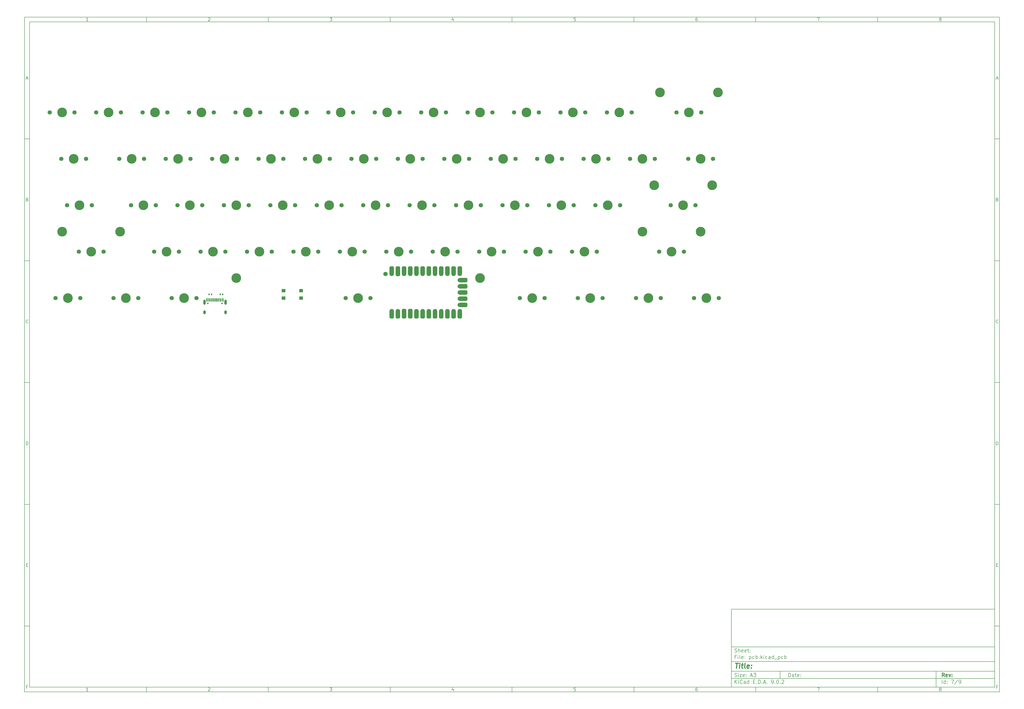
<source format=gbr>
%TF.GenerationSoftware,KiCad,Pcbnew,9.0.2*%
%TF.CreationDate,2025-06-22T01:03:44-04:00*%
%TF.ProjectId,pcb,7063622e-6b69-4636-9164-5f7063625858,rev?*%
%TF.SameCoordinates,Original*%
%TF.FileFunction,Soldermask,Top*%
%TF.FilePolarity,Negative*%
%FSLAX46Y46*%
G04 Gerber Fmt 4.6, Leading zero omitted, Abs format (unit mm)*
G04 Created by KiCad (PCBNEW 9.0.2) date 2025-06-22 01:03:44*
%MOMM*%
%LPD*%
G01*
G04 APERTURE LIST*
G04 Aperture macros list*
%AMRoundRect*
0 Rectangle with rounded corners*
0 $1 Rounding radius*
0 $2 $3 $4 $5 $6 $7 $8 $9 X,Y pos of 4 corners*
0 Add a 4 corners polygon primitive as box body*
4,1,4,$2,$3,$4,$5,$6,$7,$8,$9,$2,$3,0*
0 Add four circle primitives for the rounded corners*
1,1,$1+$1,$2,$3*
1,1,$1+$1,$4,$5*
1,1,$1+$1,$6,$7*
1,1,$1+$1,$8,$9*
0 Add four rect primitives between the rounded corners*
20,1,$1+$1,$2,$3,$4,$5,0*
20,1,$1+$1,$4,$5,$6,$7,0*
20,1,$1+$1,$6,$7,$8,$9,0*
20,1,$1+$1,$8,$9,$2,$3,0*%
G04 Aperture macros list end*
%ADD10C,0.100000*%
%ADD11C,0.150000*%
%ADD12C,0.300000*%
%ADD13C,0.400000*%
%ADD14RoundRect,0.450000X0.450000X-1.300000X0.450000X1.300000X-0.450000X1.300000X-0.450000X-1.300000X0*%
%ADD15C,1.800000*%
%ADD16RoundRect,0.450000X0.450000X-0.450000X0.450000X0.450000X-0.450000X0.450000X-0.450000X-0.450000X0*%
%ADD17RoundRect,0.450000X1.300000X0.450000X-1.300000X0.450000X-1.300000X-0.450000X1.300000X-0.450000X0*%
%ADD18R,1.600000X1.400000*%
%ADD19RoundRect,0.135000X-0.135000X-0.185000X0.135000X-0.185000X0.135000X0.185000X-0.135000X0.185000X0*%
%ADD20RoundRect,0.135000X0.135000X0.185000X-0.135000X0.185000X-0.135000X-0.185000X0.135000X-0.185000X0*%
%ADD21C,0.650000*%
%ADD22R,0.600000X1.450000*%
%ADD23R,0.300000X1.450000*%
%ADD24O,1.000000X2.100000*%
%ADD25O,1.000000X1.600000*%
%ADD26C,1.750000*%
%ADD27C,3.987800*%
G04 APERTURE END LIST*
D10*
D11*
X299989000Y-253002200D02*
X407989000Y-253002200D01*
X407989000Y-285002200D01*
X299989000Y-285002200D01*
X299989000Y-253002200D01*
D10*
D11*
X10000000Y-10000000D02*
X409989000Y-10000000D01*
X409989000Y-287002200D01*
X10000000Y-287002200D01*
X10000000Y-10000000D01*
D10*
D11*
X12000000Y-12000000D02*
X407989000Y-12000000D01*
X407989000Y-285002200D01*
X12000000Y-285002200D01*
X12000000Y-12000000D01*
D10*
D11*
X60000000Y-12000000D02*
X60000000Y-10000000D01*
D10*
D11*
X110000000Y-12000000D02*
X110000000Y-10000000D01*
D10*
D11*
X160000000Y-12000000D02*
X160000000Y-10000000D01*
D10*
D11*
X210000000Y-12000000D02*
X210000000Y-10000000D01*
D10*
D11*
X260000000Y-12000000D02*
X260000000Y-10000000D01*
D10*
D11*
X310000000Y-12000000D02*
X310000000Y-10000000D01*
D10*
D11*
X360000000Y-12000000D02*
X360000000Y-10000000D01*
D10*
D11*
X36089160Y-11593604D02*
X35346303Y-11593604D01*
X35717731Y-11593604D02*
X35717731Y-10293604D01*
X35717731Y-10293604D02*
X35593922Y-10479319D01*
X35593922Y-10479319D02*
X35470112Y-10603128D01*
X35470112Y-10603128D02*
X35346303Y-10665033D01*
D10*
D11*
X85346303Y-10417414D02*
X85408207Y-10355509D01*
X85408207Y-10355509D02*
X85532017Y-10293604D01*
X85532017Y-10293604D02*
X85841541Y-10293604D01*
X85841541Y-10293604D02*
X85965350Y-10355509D01*
X85965350Y-10355509D02*
X86027255Y-10417414D01*
X86027255Y-10417414D02*
X86089160Y-10541223D01*
X86089160Y-10541223D02*
X86089160Y-10665033D01*
X86089160Y-10665033D02*
X86027255Y-10850747D01*
X86027255Y-10850747D02*
X85284398Y-11593604D01*
X85284398Y-11593604D02*
X86089160Y-11593604D01*
D10*
D11*
X135284398Y-10293604D02*
X136089160Y-10293604D01*
X136089160Y-10293604D02*
X135655826Y-10788842D01*
X135655826Y-10788842D02*
X135841541Y-10788842D01*
X135841541Y-10788842D02*
X135965350Y-10850747D01*
X135965350Y-10850747D02*
X136027255Y-10912652D01*
X136027255Y-10912652D02*
X136089160Y-11036461D01*
X136089160Y-11036461D02*
X136089160Y-11345985D01*
X136089160Y-11345985D02*
X136027255Y-11469795D01*
X136027255Y-11469795D02*
X135965350Y-11531700D01*
X135965350Y-11531700D02*
X135841541Y-11593604D01*
X135841541Y-11593604D02*
X135470112Y-11593604D01*
X135470112Y-11593604D02*
X135346303Y-11531700D01*
X135346303Y-11531700D02*
X135284398Y-11469795D01*
D10*
D11*
X185965350Y-10726938D02*
X185965350Y-11593604D01*
X185655826Y-10231700D02*
X185346303Y-11160271D01*
X185346303Y-11160271D02*
X186151064Y-11160271D01*
D10*
D11*
X236027255Y-10293604D02*
X235408207Y-10293604D01*
X235408207Y-10293604D02*
X235346303Y-10912652D01*
X235346303Y-10912652D02*
X235408207Y-10850747D01*
X235408207Y-10850747D02*
X235532017Y-10788842D01*
X235532017Y-10788842D02*
X235841541Y-10788842D01*
X235841541Y-10788842D02*
X235965350Y-10850747D01*
X235965350Y-10850747D02*
X236027255Y-10912652D01*
X236027255Y-10912652D02*
X236089160Y-11036461D01*
X236089160Y-11036461D02*
X236089160Y-11345985D01*
X236089160Y-11345985D02*
X236027255Y-11469795D01*
X236027255Y-11469795D02*
X235965350Y-11531700D01*
X235965350Y-11531700D02*
X235841541Y-11593604D01*
X235841541Y-11593604D02*
X235532017Y-11593604D01*
X235532017Y-11593604D02*
X235408207Y-11531700D01*
X235408207Y-11531700D02*
X235346303Y-11469795D01*
D10*
D11*
X285965350Y-10293604D02*
X285717731Y-10293604D01*
X285717731Y-10293604D02*
X285593922Y-10355509D01*
X285593922Y-10355509D02*
X285532017Y-10417414D01*
X285532017Y-10417414D02*
X285408207Y-10603128D01*
X285408207Y-10603128D02*
X285346303Y-10850747D01*
X285346303Y-10850747D02*
X285346303Y-11345985D01*
X285346303Y-11345985D02*
X285408207Y-11469795D01*
X285408207Y-11469795D02*
X285470112Y-11531700D01*
X285470112Y-11531700D02*
X285593922Y-11593604D01*
X285593922Y-11593604D02*
X285841541Y-11593604D01*
X285841541Y-11593604D02*
X285965350Y-11531700D01*
X285965350Y-11531700D02*
X286027255Y-11469795D01*
X286027255Y-11469795D02*
X286089160Y-11345985D01*
X286089160Y-11345985D02*
X286089160Y-11036461D01*
X286089160Y-11036461D02*
X286027255Y-10912652D01*
X286027255Y-10912652D02*
X285965350Y-10850747D01*
X285965350Y-10850747D02*
X285841541Y-10788842D01*
X285841541Y-10788842D02*
X285593922Y-10788842D01*
X285593922Y-10788842D02*
X285470112Y-10850747D01*
X285470112Y-10850747D02*
X285408207Y-10912652D01*
X285408207Y-10912652D02*
X285346303Y-11036461D01*
D10*
D11*
X335284398Y-10293604D02*
X336151064Y-10293604D01*
X336151064Y-10293604D02*
X335593922Y-11593604D01*
D10*
D11*
X385593922Y-10850747D02*
X385470112Y-10788842D01*
X385470112Y-10788842D02*
X385408207Y-10726938D01*
X385408207Y-10726938D02*
X385346303Y-10603128D01*
X385346303Y-10603128D02*
X385346303Y-10541223D01*
X385346303Y-10541223D02*
X385408207Y-10417414D01*
X385408207Y-10417414D02*
X385470112Y-10355509D01*
X385470112Y-10355509D02*
X385593922Y-10293604D01*
X385593922Y-10293604D02*
X385841541Y-10293604D01*
X385841541Y-10293604D02*
X385965350Y-10355509D01*
X385965350Y-10355509D02*
X386027255Y-10417414D01*
X386027255Y-10417414D02*
X386089160Y-10541223D01*
X386089160Y-10541223D02*
X386089160Y-10603128D01*
X386089160Y-10603128D02*
X386027255Y-10726938D01*
X386027255Y-10726938D02*
X385965350Y-10788842D01*
X385965350Y-10788842D02*
X385841541Y-10850747D01*
X385841541Y-10850747D02*
X385593922Y-10850747D01*
X385593922Y-10850747D02*
X385470112Y-10912652D01*
X385470112Y-10912652D02*
X385408207Y-10974557D01*
X385408207Y-10974557D02*
X385346303Y-11098366D01*
X385346303Y-11098366D02*
X385346303Y-11345985D01*
X385346303Y-11345985D02*
X385408207Y-11469795D01*
X385408207Y-11469795D02*
X385470112Y-11531700D01*
X385470112Y-11531700D02*
X385593922Y-11593604D01*
X385593922Y-11593604D02*
X385841541Y-11593604D01*
X385841541Y-11593604D02*
X385965350Y-11531700D01*
X385965350Y-11531700D02*
X386027255Y-11469795D01*
X386027255Y-11469795D02*
X386089160Y-11345985D01*
X386089160Y-11345985D02*
X386089160Y-11098366D01*
X386089160Y-11098366D02*
X386027255Y-10974557D01*
X386027255Y-10974557D02*
X385965350Y-10912652D01*
X385965350Y-10912652D02*
X385841541Y-10850747D01*
D10*
D11*
X60000000Y-285002200D02*
X60000000Y-287002200D01*
D10*
D11*
X110000000Y-285002200D02*
X110000000Y-287002200D01*
D10*
D11*
X160000000Y-285002200D02*
X160000000Y-287002200D01*
D10*
D11*
X210000000Y-285002200D02*
X210000000Y-287002200D01*
D10*
D11*
X260000000Y-285002200D02*
X260000000Y-287002200D01*
D10*
D11*
X310000000Y-285002200D02*
X310000000Y-287002200D01*
D10*
D11*
X360000000Y-285002200D02*
X360000000Y-287002200D01*
D10*
D11*
X36089160Y-286595804D02*
X35346303Y-286595804D01*
X35717731Y-286595804D02*
X35717731Y-285295804D01*
X35717731Y-285295804D02*
X35593922Y-285481519D01*
X35593922Y-285481519D02*
X35470112Y-285605328D01*
X35470112Y-285605328D02*
X35346303Y-285667233D01*
D10*
D11*
X85346303Y-285419614D02*
X85408207Y-285357709D01*
X85408207Y-285357709D02*
X85532017Y-285295804D01*
X85532017Y-285295804D02*
X85841541Y-285295804D01*
X85841541Y-285295804D02*
X85965350Y-285357709D01*
X85965350Y-285357709D02*
X86027255Y-285419614D01*
X86027255Y-285419614D02*
X86089160Y-285543423D01*
X86089160Y-285543423D02*
X86089160Y-285667233D01*
X86089160Y-285667233D02*
X86027255Y-285852947D01*
X86027255Y-285852947D02*
X85284398Y-286595804D01*
X85284398Y-286595804D02*
X86089160Y-286595804D01*
D10*
D11*
X135284398Y-285295804D02*
X136089160Y-285295804D01*
X136089160Y-285295804D02*
X135655826Y-285791042D01*
X135655826Y-285791042D02*
X135841541Y-285791042D01*
X135841541Y-285791042D02*
X135965350Y-285852947D01*
X135965350Y-285852947D02*
X136027255Y-285914852D01*
X136027255Y-285914852D02*
X136089160Y-286038661D01*
X136089160Y-286038661D02*
X136089160Y-286348185D01*
X136089160Y-286348185D02*
X136027255Y-286471995D01*
X136027255Y-286471995D02*
X135965350Y-286533900D01*
X135965350Y-286533900D02*
X135841541Y-286595804D01*
X135841541Y-286595804D02*
X135470112Y-286595804D01*
X135470112Y-286595804D02*
X135346303Y-286533900D01*
X135346303Y-286533900D02*
X135284398Y-286471995D01*
D10*
D11*
X185965350Y-285729138D02*
X185965350Y-286595804D01*
X185655826Y-285233900D02*
X185346303Y-286162471D01*
X185346303Y-286162471D02*
X186151064Y-286162471D01*
D10*
D11*
X236027255Y-285295804D02*
X235408207Y-285295804D01*
X235408207Y-285295804D02*
X235346303Y-285914852D01*
X235346303Y-285914852D02*
X235408207Y-285852947D01*
X235408207Y-285852947D02*
X235532017Y-285791042D01*
X235532017Y-285791042D02*
X235841541Y-285791042D01*
X235841541Y-285791042D02*
X235965350Y-285852947D01*
X235965350Y-285852947D02*
X236027255Y-285914852D01*
X236027255Y-285914852D02*
X236089160Y-286038661D01*
X236089160Y-286038661D02*
X236089160Y-286348185D01*
X236089160Y-286348185D02*
X236027255Y-286471995D01*
X236027255Y-286471995D02*
X235965350Y-286533900D01*
X235965350Y-286533900D02*
X235841541Y-286595804D01*
X235841541Y-286595804D02*
X235532017Y-286595804D01*
X235532017Y-286595804D02*
X235408207Y-286533900D01*
X235408207Y-286533900D02*
X235346303Y-286471995D01*
D10*
D11*
X285965350Y-285295804D02*
X285717731Y-285295804D01*
X285717731Y-285295804D02*
X285593922Y-285357709D01*
X285593922Y-285357709D02*
X285532017Y-285419614D01*
X285532017Y-285419614D02*
X285408207Y-285605328D01*
X285408207Y-285605328D02*
X285346303Y-285852947D01*
X285346303Y-285852947D02*
X285346303Y-286348185D01*
X285346303Y-286348185D02*
X285408207Y-286471995D01*
X285408207Y-286471995D02*
X285470112Y-286533900D01*
X285470112Y-286533900D02*
X285593922Y-286595804D01*
X285593922Y-286595804D02*
X285841541Y-286595804D01*
X285841541Y-286595804D02*
X285965350Y-286533900D01*
X285965350Y-286533900D02*
X286027255Y-286471995D01*
X286027255Y-286471995D02*
X286089160Y-286348185D01*
X286089160Y-286348185D02*
X286089160Y-286038661D01*
X286089160Y-286038661D02*
X286027255Y-285914852D01*
X286027255Y-285914852D02*
X285965350Y-285852947D01*
X285965350Y-285852947D02*
X285841541Y-285791042D01*
X285841541Y-285791042D02*
X285593922Y-285791042D01*
X285593922Y-285791042D02*
X285470112Y-285852947D01*
X285470112Y-285852947D02*
X285408207Y-285914852D01*
X285408207Y-285914852D02*
X285346303Y-286038661D01*
D10*
D11*
X335284398Y-285295804D02*
X336151064Y-285295804D01*
X336151064Y-285295804D02*
X335593922Y-286595804D01*
D10*
D11*
X385593922Y-285852947D02*
X385470112Y-285791042D01*
X385470112Y-285791042D02*
X385408207Y-285729138D01*
X385408207Y-285729138D02*
X385346303Y-285605328D01*
X385346303Y-285605328D02*
X385346303Y-285543423D01*
X385346303Y-285543423D02*
X385408207Y-285419614D01*
X385408207Y-285419614D02*
X385470112Y-285357709D01*
X385470112Y-285357709D02*
X385593922Y-285295804D01*
X385593922Y-285295804D02*
X385841541Y-285295804D01*
X385841541Y-285295804D02*
X385965350Y-285357709D01*
X385965350Y-285357709D02*
X386027255Y-285419614D01*
X386027255Y-285419614D02*
X386089160Y-285543423D01*
X386089160Y-285543423D02*
X386089160Y-285605328D01*
X386089160Y-285605328D02*
X386027255Y-285729138D01*
X386027255Y-285729138D02*
X385965350Y-285791042D01*
X385965350Y-285791042D02*
X385841541Y-285852947D01*
X385841541Y-285852947D02*
X385593922Y-285852947D01*
X385593922Y-285852947D02*
X385470112Y-285914852D01*
X385470112Y-285914852D02*
X385408207Y-285976757D01*
X385408207Y-285976757D02*
X385346303Y-286100566D01*
X385346303Y-286100566D02*
X385346303Y-286348185D01*
X385346303Y-286348185D02*
X385408207Y-286471995D01*
X385408207Y-286471995D02*
X385470112Y-286533900D01*
X385470112Y-286533900D02*
X385593922Y-286595804D01*
X385593922Y-286595804D02*
X385841541Y-286595804D01*
X385841541Y-286595804D02*
X385965350Y-286533900D01*
X385965350Y-286533900D02*
X386027255Y-286471995D01*
X386027255Y-286471995D02*
X386089160Y-286348185D01*
X386089160Y-286348185D02*
X386089160Y-286100566D01*
X386089160Y-286100566D02*
X386027255Y-285976757D01*
X386027255Y-285976757D02*
X385965350Y-285914852D01*
X385965350Y-285914852D02*
X385841541Y-285852947D01*
D10*
D11*
X10000000Y-60000000D02*
X12000000Y-60000000D01*
D10*
D11*
X10000000Y-110000000D02*
X12000000Y-110000000D01*
D10*
D11*
X10000000Y-160000000D02*
X12000000Y-160000000D01*
D10*
D11*
X10000000Y-210000000D02*
X12000000Y-210000000D01*
D10*
D11*
X10000000Y-260000000D02*
X12000000Y-260000000D01*
D10*
D11*
X10690476Y-35222176D02*
X11309523Y-35222176D01*
X10566666Y-35593604D02*
X10999999Y-34293604D01*
X10999999Y-34293604D02*
X11433333Y-35593604D01*
D10*
D11*
X11092857Y-84912652D02*
X11278571Y-84974557D01*
X11278571Y-84974557D02*
X11340476Y-85036461D01*
X11340476Y-85036461D02*
X11402380Y-85160271D01*
X11402380Y-85160271D02*
X11402380Y-85345985D01*
X11402380Y-85345985D02*
X11340476Y-85469795D01*
X11340476Y-85469795D02*
X11278571Y-85531700D01*
X11278571Y-85531700D02*
X11154761Y-85593604D01*
X11154761Y-85593604D02*
X10659523Y-85593604D01*
X10659523Y-85593604D02*
X10659523Y-84293604D01*
X10659523Y-84293604D02*
X11092857Y-84293604D01*
X11092857Y-84293604D02*
X11216666Y-84355509D01*
X11216666Y-84355509D02*
X11278571Y-84417414D01*
X11278571Y-84417414D02*
X11340476Y-84541223D01*
X11340476Y-84541223D02*
X11340476Y-84665033D01*
X11340476Y-84665033D02*
X11278571Y-84788842D01*
X11278571Y-84788842D02*
X11216666Y-84850747D01*
X11216666Y-84850747D02*
X11092857Y-84912652D01*
X11092857Y-84912652D02*
X10659523Y-84912652D01*
D10*
D11*
X11402380Y-135469795D02*
X11340476Y-135531700D01*
X11340476Y-135531700D02*
X11154761Y-135593604D01*
X11154761Y-135593604D02*
X11030952Y-135593604D01*
X11030952Y-135593604D02*
X10845238Y-135531700D01*
X10845238Y-135531700D02*
X10721428Y-135407890D01*
X10721428Y-135407890D02*
X10659523Y-135284080D01*
X10659523Y-135284080D02*
X10597619Y-135036461D01*
X10597619Y-135036461D02*
X10597619Y-134850747D01*
X10597619Y-134850747D02*
X10659523Y-134603128D01*
X10659523Y-134603128D02*
X10721428Y-134479319D01*
X10721428Y-134479319D02*
X10845238Y-134355509D01*
X10845238Y-134355509D02*
X11030952Y-134293604D01*
X11030952Y-134293604D02*
X11154761Y-134293604D01*
X11154761Y-134293604D02*
X11340476Y-134355509D01*
X11340476Y-134355509D02*
X11402380Y-134417414D01*
D10*
D11*
X10659523Y-185593604D02*
X10659523Y-184293604D01*
X10659523Y-184293604D02*
X10969047Y-184293604D01*
X10969047Y-184293604D02*
X11154761Y-184355509D01*
X11154761Y-184355509D02*
X11278571Y-184479319D01*
X11278571Y-184479319D02*
X11340476Y-184603128D01*
X11340476Y-184603128D02*
X11402380Y-184850747D01*
X11402380Y-184850747D02*
X11402380Y-185036461D01*
X11402380Y-185036461D02*
X11340476Y-185284080D01*
X11340476Y-185284080D02*
X11278571Y-185407890D01*
X11278571Y-185407890D02*
X11154761Y-185531700D01*
X11154761Y-185531700D02*
X10969047Y-185593604D01*
X10969047Y-185593604D02*
X10659523Y-185593604D01*
D10*
D11*
X10721428Y-234912652D02*
X11154762Y-234912652D01*
X11340476Y-235593604D02*
X10721428Y-235593604D01*
X10721428Y-235593604D02*
X10721428Y-234293604D01*
X10721428Y-234293604D02*
X11340476Y-234293604D01*
D10*
D11*
X11185714Y-284912652D02*
X10752380Y-284912652D01*
X10752380Y-285593604D02*
X10752380Y-284293604D01*
X10752380Y-284293604D02*
X11371428Y-284293604D01*
D10*
D11*
X409989000Y-60000000D02*
X407989000Y-60000000D01*
D10*
D11*
X409989000Y-110000000D02*
X407989000Y-110000000D01*
D10*
D11*
X409989000Y-160000000D02*
X407989000Y-160000000D01*
D10*
D11*
X409989000Y-210000000D02*
X407989000Y-210000000D01*
D10*
D11*
X409989000Y-260000000D02*
X407989000Y-260000000D01*
D10*
D11*
X408679476Y-35222176D02*
X409298523Y-35222176D01*
X408555666Y-35593604D02*
X408988999Y-34293604D01*
X408988999Y-34293604D02*
X409422333Y-35593604D01*
D10*
D11*
X409081857Y-84912652D02*
X409267571Y-84974557D01*
X409267571Y-84974557D02*
X409329476Y-85036461D01*
X409329476Y-85036461D02*
X409391380Y-85160271D01*
X409391380Y-85160271D02*
X409391380Y-85345985D01*
X409391380Y-85345985D02*
X409329476Y-85469795D01*
X409329476Y-85469795D02*
X409267571Y-85531700D01*
X409267571Y-85531700D02*
X409143761Y-85593604D01*
X409143761Y-85593604D02*
X408648523Y-85593604D01*
X408648523Y-85593604D02*
X408648523Y-84293604D01*
X408648523Y-84293604D02*
X409081857Y-84293604D01*
X409081857Y-84293604D02*
X409205666Y-84355509D01*
X409205666Y-84355509D02*
X409267571Y-84417414D01*
X409267571Y-84417414D02*
X409329476Y-84541223D01*
X409329476Y-84541223D02*
X409329476Y-84665033D01*
X409329476Y-84665033D02*
X409267571Y-84788842D01*
X409267571Y-84788842D02*
X409205666Y-84850747D01*
X409205666Y-84850747D02*
X409081857Y-84912652D01*
X409081857Y-84912652D02*
X408648523Y-84912652D01*
D10*
D11*
X409391380Y-135469795D02*
X409329476Y-135531700D01*
X409329476Y-135531700D02*
X409143761Y-135593604D01*
X409143761Y-135593604D02*
X409019952Y-135593604D01*
X409019952Y-135593604D02*
X408834238Y-135531700D01*
X408834238Y-135531700D02*
X408710428Y-135407890D01*
X408710428Y-135407890D02*
X408648523Y-135284080D01*
X408648523Y-135284080D02*
X408586619Y-135036461D01*
X408586619Y-135036461D02*
X408586619Y-134850747D01*
X408586619Y-134850747D02*
X408648523Y-134603128D01*
X408648523Y-134603128D02*
X408710428Y-134479319D01*
X408710428Y-134479319D02*
X408834238Y-134355509D01*
X408834238Y-134355509D02*
X409019952Y-134293604D01*
X409019952Y-134293604D02*
X409143761Y-134293604D01*
X409143761Y-134293604D02*
X409329476Y-134355509D01*
X409329476Y-134355509D02*
X409391380Y-134417414D01*
D10*
D11*
X408648523Y-185593604D02*
X408648523Y-184293604D01*
X408648523Y-184293604D02*
X408958047Y-184293604D01*
X408958047Y-184293604D02*
X409143761Y-184355509D01*
X409143761Y-184355509D02*
X409267571Y-184479319D01*
X409267571Y-184479319D02*
X409329476Y-184603128D01*
X409329476Y-184603128D02*
X409391380Y-184850747D01*
X409391380Y-184850747D02*
X409391380Y-185036461D01*
X409391380Y-185036461D02*
X409329476Y-185284080D01*
X409329476Y-185284080D02*
X409267571Y-185407890D01*
X409267571Y-185407890D02*
X409143761Y-185531700D01*
X409143761Y-185531700D02*
X408958047Y-185593604D01*
X408958047Y-185593604D02*
X408648523Y-185593604D01*
D10*
D11*
X408710428Y-234912652D02*
X409143762Y-234912652D01*
X409329476Y-235593604D02*
X408710428Y-235593604D01*
X408710428Y-235593604D02*
X408710428Y-234293604D01*
X408710428Y-234293604D02*
X409329476Y-234293604D01*
D10*
D11*
X409174714Y-284912652D02*
X408741380Y-284912652D01*
X408741380Y-285593604D02*
X408741380Y-284293604D01*
X408741380Y-284293604D02*
X409360428Y-284293604D01*
D10*
D11*
X323444826Y-280788328D02*
X323444826Y-279288328D01*
X323444826Y-279288328D02*
X323801969Y-279288328D01*
X323801969Y-279288328D02*
X324016255Y-279359757D01*
X324016255Y-279359757D02*
X324159112Y-279502614D01*
X324159112Y-279502614D02*
X324230541Y-279645471D01*
X324230541Y-279645471D02*
X324301969Y-279931185D01*
X324301969Y-279931185D02*
X324301969Y-280145471D01*
X324301969Y-280145471D02*
X324230541Y-280431185D01*
X324230541Y-280431185D02*
X324159112Y-280574042D01*
X324159112Y-280574042D02*
X324016255Y-280716900D01*
X324016255Y-280716900D02*
X323801969Y-280788328D01*
X323801969Y-280788328D02*
X323444826Y-280788328D01*
X325587684Y-280788328D02*
X325587684Y-280002614D01*
X325587684Y-280002614D02*
X325516255Y-279859757D01*
X325516255Y-279859757D02*
X325373398Y-279788328D01*
X325373398Y-279788328D02*
X325087684Y-279788328D01*
X325087684Y-279788328D02*
X324944826Y-279859757D01*
X325587684Y-280716900D02*
X325444826Y-280788328D01*
X325444826Y-280788328D02*
X325087684Y-280788328D01*
X325087684Y-280788328D02*
X324944826Y-280716900D01*
X324944826Y-280716900D02*
X324873398Y-280574042D01*
X324873398Y-280574042D02*
X324873398Y-280431185D01*
X324873398Y-280431185D02*
X324944826Y-280288328D01*
X324944826Y-280288328D02*
X325087684Y-280216900D01*
X325087684Y-280216900D02*
X325444826Y-280216900D01*
X325444826Y-280216900D02*
X325587684Y-280145471D01*
X326087684Y-279788328D02*
X326659112Y-279788328D01*
X326301969Y-279288328D02*
X326301969Y-280574042D01*
X326301969Y-280574042D02*
X326373398Y-280716900D01*
X326373398Y-280716900D02*
X326516255Y-280788328D01*
X326516255Y-280788328D02*
X326659112Y-280788328D01*
X327730541Y-280716900D02*
X327587684Y-280788328D01*
X327587684Y-280788328D02*
X327301970Y-280788328D01*
X327301970Y-280788328D02*
X327159112Y-280716900D01*
X327159112Y-280716900D02*
X327087684Y-280574042D01*
X327087684Y-280574042D02*
X327087684Y-280002614D01*
X327087684Y-280002614D02*
X327159112Y-279859757D01*
X327159112Y-279859757D02*
X327301970Y-279788328D01*
X327301970Y-279788328D02*
X327587684Y-279788328D01*
X327587684Y-279788328D02*
X327730541Y-279859757D01*
X327730541Y-279859757D02*
X327801970Y-280002614D01*
X327801970Y-280002614D02*
X327801970Y-280145471D01*
X327801970Y-280145471D02*
X327087684Y-280288328D01*
X328444826Y-280645471D02*
X328516255Y-280716900D01*
X328516255Y-280716900D02*
X328444826Y-280788328D01*
X328444826Y-280788328D02*
X328373398Y-280716900D01*
X328373398Y-280716900D02*
X328444826Y-280645471D01*
X328444826Y-280645471D02*
X328444826Y-280788328D01*
X328444826Y-279859757D02*
X328516255Y-279931185D01*
X328516255Y-279931185D02*
X328444826Y-280002614D01*
X328444826Y-280002614D02*
X328373398Y-279931185D01*
X328373398Y-279931185D02*
X328444826Y-279859757D01*
X328444826Y-279859757D02*
X328444826Y-280002614D01*
D10*
D11*
X299989000Y-281502200D02*
X407989000Y-281502200D01*
D10*
D11*
X301444826Y-283588328D02*
X301444826Y-282088328D01*
X302301969Y-283588328D02*
X301659112Y-282731185D01*
X302301969Y-282088328D02*
X301444826Y-282945471D01*
X302944826Y-283588328D02*
X302944826Y-282588328D01*
X302944826Y-282088328D02*
X302873398Y-282159757D01*
X302873398Y-282159757D02*
X302944826Y-282231185D01*
X302944826Y-282231185D02*
X303016255Y-282159757D01*
X303016255Y-282159757D02*
X302944826Y-282088328D01*
X302944826Y-282088328D02*
X302944826Y-282231185D01*
X304516255Y-283445471D02*
X304444827Y-283516900D01*
X304444827Y-283516900D02*
X304230541Y-283588328D01*
X304230541Y-283588328D02*
X304087684Y-283588328D01*
X304087684Y-283588328D02*
X303873398Y-283516900D01*
X303873398Y-283516900D02*
X303730541Y-283374042D01*
X303730541Y-283374042D02*
X303659112Y-283231185D01*
X303659112Y-283231185D02*
X303587684Y-282945471D01*
X303587684Y-282945471D02*
X303587684Y-282731185D01*
X303587684Y-282731185D02*
X303659112Y-282445471D01*
X303659112Y-282445471D02*
X303730541Y-282302614D01*
X303730541Y-282302614D02*
X303873398Y-282159757D01*
X303873398Y-282159757D02*
X304087684Y-282088328D01*
X304087684Y-282088328D02*
X304230541Y-282088328D01*
X304230541Y-282088328D02*
X304444827Y-282159757D01*
X304444827Y-282159757D02*
X304516255Y-282231185D01*
X305801970Y-283588328D02*
X305801970Y-282802614D01*
X305801970Y-282802614D02*
X305730541Y-282659757D01*
X305730541Y-282659757D02*
X305587684Y-282588328D01*
X305587684Y-282588328D02*
X305301970Y-282588328D01*
X305301970Y-282588328D02*
X305159112Y-282659757D01*
X305801970Y-283516900D02*
X305659112Y-283588328D01*
X305659112Y-283588328D02*
X305301970Y-283588328D01*
X305301970Y-283588328D02*
X305159112Y-283516900D01*
X305159112Y-283516900D02*
X305087684Y-283374042D01*
X305087684Y-283374042D02*
X305087684Y-283231185D01*
X305087684Y-283231185D02*
X305159112Y-283088328D01*
X305159112Y-283088328D02*
X305301970Y-283016900D01*
X305301970Y-283016900D02*
X305659112Y-283016900D01*
X305659112Y-283016900D02*
X305801970Y-282945471D01*
X307159113Y-283588328D02*
X307159113Y-282088328D01*
X307159113Y-283516900D02*
X307016255Y-283588328D01*
X307016255Y-283588328D02*
X306730541Y-283588328D01*
X306730541Y-283588328D02*
X306587684Y-283516900D01*
X306587684Y-283516900D02*
X306516255Y-283445471D01*
X306516255Y-283445471D02*
X306444827Y-283302614D01*
X306444827Y-283302614D02*
X306444827Y-282874042D01*
X306444827Y-282874042D02*
X306516255Y-282731185D01*
X306516255Y-282731185D02*
X306587684Y-282659757D01*
X306587684Y-282659757D02*
X306730541Y-282588328D01*
X306730541Y-282588328D02*
X307016255Y-282588328D01*
X307016255Y-282588328D02*
X307159113Y-282659757D01*
X309016255Y-282802614D02*
X309516255Y-282802614D01*
X309730541Y-283588328D02*
X309016255Y-283588328D01*
X309016255Y-283588328D02*
X309016255Y-282088328D01*
X309016255Y-282088328D02*
X309730541Y-282088328D01*
X310373398Y-283445471D02*
X310444827Y-283516900D01*
X310444827Y-283516900D02*
X310373398Y-283588328D01*
X310373398Y-283588328D02*
X310301970Y-283516900D01*
X310301970Y-283516900D02*
X310373398Y-283445471D01*
X310373398Y-283445471D02*
X310373398Y-283588328D01*
X311087684Y-283588328D02*
X311087684Y-282088328D01*
X311087684Y-282088328D02*
X311444827Y-282088328D01*
X311444827Y-282088328D02*
X311659113Y-282159757D01*
X311659113Y-282159757D02*
X311801970Y-282302614D01*
X311801970Y-282302614D02*
X311873399Y-282445471D01*
X311873399Y-282445471D02*
X311944827Y-282731185D01*
X311944827Y-282731185D02*
X311944827Y-282945471D01*
X311944827Y-282945471D02*
X311873399Y-283231185D01*
X311873399Y-283231185D02*
X311801970Y-283374042D01*
X311801970Y-283374042D02*
X311659113Y-283516900D01*
X311659113Y-283516900D02*
X311444827Y-283588328D01*
X311444827Y-283588328D02*
X311087684Y-283588328D01*
X312587684Y-283445471D02*
X312659113Y-283516900D01*
X312659113Y-283516900D02*
X312587684Y-283588328D01*
X312587684Y-283588328D02*
X312516256Y-283516900D01*
X312516256Y-283516900D02*
X312587684Y-283445471D01*
X312587684Y-283445471D02*
X312587684Y-283588328D01*
X313230542Y-283159757D02*
X313944828Y-283159757D01*
X313087685Y-283588328D02*
X313587685Y-282088328D01*
X313587685Y-282088328D02*
X314087685Y-283588328D01*
X314587684Y-283445471D02*
X314659113Y-283516900D01*
X314659113Y-283516900D02*
X314587684Y-283588328D01*
X314587684Y-283588328D02*
X314516256Y-283516900D01*
X314516256Y-283516900D02*
X314587684Y-283445471D01*
X314587684Y-283445471D02*
X314587684Y-283588328D01*
X316516256Y-283588328D02*
X316801970Y-283588328D01*
X316801970Y-283588328D02*
X316944827Y-283516900D01*
X316944827Y-283516900D02*
X317016256Y-283445471D01*
X317016256Y-283445471D02*
X317159113Y-283231185D01*
X317159113Y-283231185D02*
X317230542Y-282945471D01*
X317230542Y-282945471D02*
X317230542Y-282374042D01*
X317230542Y-282374042D02*
X317159113Y-282231185D01*
X317159113Y-282231185D02*
X317087685Y-282159757D01*
X317087685Y-282159757D02*
X316944827Y-282088328D01*
X316944827Y-282088328D02*
X316659113Y-282088328D01*
X316659113Y-282088328D02*
X316516256Y-282159757D01*
X316516256Y-282159757D02*
X316444827Y-282231185D01*
X316444827Y-282231185D02*
X316373399Y-282374042D01*
X316373399Y-282374042D02*
X316373399Y-282731185D01*
X316373399Y-282731185D02*
X316444827Y-282874042D01*
X316444827Y-282874042D02*
X316516256Y-282945471D01*
X316516256Y-282945471D02*
X316659113Y-283016900D01*
X316659113Y-283016900D02*
X316944827Y-283016900D01*
X316944827Y-283016900D02*
X317087685Y-282945471D01*
X317087685Y-282945471D02*
X317159113Y-282874042D01*
X317159113Y-282874042D02*
X317230542Y-282731185D01*
X317873398Y-283445471D02*
X317944827Y-283516900D01*
X317944827Y-283516900D02*
X317873398Y-283588328D01*
X317873398Y-283588328D02*
X317801970Y-283516900D01*
X317801970Y-283516900D02*
X317873398Y-283445471D01*
X317873398Y-283445471D02*
X317873398Y-283588328D01*
X318873399Y-282088328D02*
X319016256Y-282088328D01*
X319016256Y-282088328D02*
X319159113Y-282159757D01*
X319159113Y-282159757D02*
X319230542Y-282231185D01*
X319230542Y-282231185D02*
X319301970Y-282374042D01*
X319301970Y-282374042D02*
X319373399Y-282659757D01*
X319373399Y-282659757D02*
X319373399Y-283016900D01*
X319373399Y-283016900D02*
X319301970Y-283302614D01*
X319301970Y-283302614D02*
X319230542Y-283445471D01*
X319230542Y-283445471D02*
X319159113Y-283516900D01*
X319159113Y-283516900D02*
X319016256Y-283588328D01*
X319016256Y-283588328D02*
X318873399Y-283588328D01*
X318873399Y-283588328D02*
X318730542Y-283516900D01*
X318730542Y-283516900D02*
X318659113Y-283445471D01*
X318659113Y-283445471D02*
X318587684Y-283302614D01*
X318587684Y-283302614D02*
X318516256Y-283016900D01*
X318516256Y-283016900D02*
X318516256Y-282659757D01*
X318516256Y-282659757D02*
X318587684Y-282374042D01*
X318587684Y-282374042D02*
X318659113Y-282231185D01*
X318659113Y-282231185D02*
X318730542Y-282159757D01*
X318730542Y-282159757D02*
X318873399Y-282088328D01*
X320016255Y-283445471D02*
X320087684Y-283516900D01*
X320087684Y-283516900D02*
X320016255Y-283588328D01*
X320016255Y-283588328D02*
X319944827Y-283516900D01*
X319944827Y-283516900D02*
X320016255Y-283445471D01*
X320016255Y-283445471D02*
X320016255Y-283588328D01*
X320659113Y-282231185D02*
X320730541Y-282159757D01*
X320730541Y-282159757D02*
X320873399Y-282088328D01*
X320873399Y-282088328D02*
X321230541Y-282088328D01*
X321230541Y-282088328D02*
X321373399Y-282159757D01*
X321373399Y-282159757D02*
X321444827Y-282231185D01*
X321444827Y-282231185D02*
X321516256Y-282374042D01*
X321516256Y-282374042D02*
X321516256Y-282516900D01*
X321516256Y-282516900D02*
X321444827Y-282731185D01*
X321444827Y-282731185D02*
X320587684Y-283588328D01*
X320587684Y-283588328D02*
X321516256Y-283588328D01*
D10*
D11*
X299989000Y-278502200D02*
X407989000Y-278502200D01*
D10*
D12*
X387400653Y-280780528D02*
X386900653Y-280066242D01*
X386543510Y-280780528D02*
X386543510Y-279280528D01*
X386543510Y-279280528D02*
X387114939Y-279280528D01*
X387114939Y-279280528D02*
X387257796Y-279351957D01*
X387257796Y-279351957D02*
X387329225Y-279423385D01*
X387329225Y-279423385D02*
X387400653Y-279566242D01*
X387400653Y-279566242D02*
X387400653Y-279780528D01*
X387400653Y-279780528D02*
X387329225Y-279923385D01*
X387329225Y-279923385D02*
X387257796Y-279994814D01*
X387257796Y-279994814D02*
X387114939Y-280066242D01*
X387114939Y-280066242D02*
X386543510Y-280066242D01*
X388614939Y-280709100D02*
X388472082Y-280780528D01*
X388472082Y-280780528D02*
X388186368Y-280780528D01*
X388186368Y-280780528D02*
X388043510Y-280709100D01*
X388043510Y-280709100D02*
X387972082Y-280566242D01*
X387972082Y-280566242D02*
X387972082Y-279994814D01*
X387972082Y-279994814D02*
X388043510Y-279851957D01*
X388043510Y-279851957D02*
X388186368Y-279780528D01*
X388186368Y-279780528D02*
X388472082Y-279780528D01*
X388472082Y-279780528D02*
X388614939Y-279851957D01*
X388614939Y-279851957D02*
X388686368Y-279994814D01*
X388686368Y-279994814D02*
X388686368Y-280137671D01*
X388686368Y-280137671D02*
X387972082Y-280280528D01*
X389186367Y-279780528D02*
X389543510Y-280780528D01*
X389543510Y-280780528D02*
X389900653Y-279780528D01*
X390472081Y-280637671D02*
X390543510Y-280709100D01*
X390543510Y-280709100D02*
X390472081Y-280780528D01*
X390472081Y-280780528D02*
X390400653Y-280709100D01*
X390400653Y-280709100D02*
X390472081Y-280637671D01*
X390472081Y-280637671D02*
X390472081Y-280780528D01*
X390472081Y-279851957D02*
X390543510Y-279923385D01*
X390543510Y-279923385D02*
X390472081Y-279994814D01*
X390472081Y-279994814D02*
X390400653Y-279923385D01*
X390400653Y-279923385D02*
X390472081Y-279851957D01*
X390472081Y-279851957D02*
X390472081Y-279994814D01*
D10*
D11*
X301373398Y-280716900D02*
X301587684Y-280788328D01*
X301587684Y-280788328D02*
X301944826Y-280788328D01*
X301944826Y-280788328D02*
X302087684Y-280716900D01*
X302087684Y-280716900D02*
X302159112Y-280645471D01*
X302159112Y-280645471D02*
X302230541Y-280502614D01*
X302230541Y-280502614D02*
X302230541Y-280359757D01*
X302230541Y-280359757D02*
X302159112Y-280216900D01*
X302159112Y-280216900D02*
X302087684Y-280145471D01*
X302087684Y-280145471D02*
X301944826Y-280074042D01*
X301944826Y-280074042D02*
X301659112Y-280002614D01*
X301659112Y-280002614D02*
X301516255Y-279931185D01*
X301516255Y-279931185D02*
X301444826Y-279859757D01*
X301444826Y-279859757D02*
X301373398Y-279716900D01*
X301373398Y-279716900D02*
X301373398Y-279574042D01*
X301373398Y-279574042D02*
X301444826Y-279431185D01*
X301444826Y-279431185D02*
X301516255Y-279359757D01*
X301516255Y-279359757D02*
X301659112Y-279288328D01*
X301659112Y-279288328D02*
X302016255Y-279288328D01*
X302016255Y-279288328D02*
X302230541Y-279359757D01*
X302873397Y-280788328D02*
X302873397Y-279788328D01*
X302873397Y-279288328D02*
X302801969Y-279359757D01*
X302801969Y-279359757D02*
X302873397Y-279431185D01*
X302873397Y-279431185D02*
X302944826Y-279359757D01*
X302944826Y-279359757D02*
X302873397Y-279288328D01*
X302873397Y-279288328D02*
X302873397Y-279431185D01*
X303444826Y-279788328D02*
X304230541Y-279788328D01*
X304230541Y-279788328D02*
X303444826Y-280788328D01*
X303444826Y-280788328D02*
X304230541Y-280788328D01*
X305373398Y-280716900D02*
X305230541Y-280788328D01*
X305230541Y-280788328D02*
X304944827Y-280788328D01*
X304944827Y-280788328D02*
X304801969Y-280716900D01*
X304801969Y-280716900D02*
X304730541Y-280574042D01*
X304730541Y-280574042D02*
X304730541Y-280002614D01*
X304730541Y-280002614D02*
X304801969Y-279859757D01*
X304801969Y-279859757D02*
X304944827Y-279788328D01*
X304944827Y-279788328D02*
X305230541Y-279788328D01*
X305230541Y-279788328D02*
X305373398Y-279859757D01*
X305373398Y-279859757D02*
X305444827Y-280002614D01*
X305444827Y-280002614D02*
X305444827Y-280145471D01*
X305444827Y-280145471D02*
X304730541Y-280288328D01*
X306087683Y-280645471D02*
X306159112Y-280716900D01*
X306159112Y-280716900D02*
X306087683Y-280788328D01*
X306087683Y-280788328D02*
X306016255Y-280716900D01*
X306016255Y-280716900D02*
X306087683Y-280645471D01*
X306087683Y-280645471D02*
X306087683Y-280788328D01*
X306087683Y-279859757D02*
X306159112Y-279931185D01*
X306159112Y-279931185D02*
X306087683Y-280002614D01*
X306087683Y-280002614D02*
X306016255Y-279931185D01*
X306016255Y-279931185D02*
X306087683Y-279859757D01*
X306087683Y-279859757D02*
X306087683Y-280002614D01*
X307873398Y-280359757D02*
X308587684Y-280359757D01*
X307730541Y-280788328D02*
X308230541Y-279288328D01*
X308230541Y-279288328D02*
X308730541Y-280788328D01*
X309087683Y-279288328D02*
X310016255Y-279288328D01*
X310016255Y-279288328D02*
X309516255Y-279859757D01*
X309516255Y-279859757D02*
X309730540Y-279859757D01*
X309730540Y-279859757D02*
X309873398Y-279931185D01*
X309873398Y-279931185D02*
X309944826Y-280002614D01*
X309944826Y-280002614D02*
X310016255Y-280145471D01*
X310016255Y-280145471D02*
X310016255Y-280502614D01*
X310016255Y-280502614D02*
X309944826Y-280645471D01*
X309944826Y-280645471D02*
X309873398Y-280716900D01*
X309873398Y-280716900D02*
X309730540Y-280788328D01*
X309730540Y-280788328D02*
X309301969Y-280788328D01*
X309301969Y-280788328D02*
X309159112Y-280716900D01*
X309159112Y-280716900D02*
X309087683Y-280645471D01*
D10*
D11*
X386444826Y-283588328D02*
X386444826Y-282088328D01*
X387801970Y-283588328D02*
X387801970Y-282088328D01*
X387801970Y-283516900D02*
X387659112Y-283588328D01*
X387659112Y-283588328D02*
X387373398Y-283588328D01*
X387373398Y-283588328D02*
X387230541Y-283516900D01*
X387230541Y-283516900D02*
X387159112Y-283445471D01*
X387159112Y-283445471D02*
X387087684Y-283302614D01*
X387087684Y-283302614D02*
X387087684Y-282874042D01*
X387087684Y-282874042D02*
X387159112Y-282731185D01*
X387159112Y-282731185D02*
X387230541Y-282659757D01*
X387230541Y-282659757D02*
X387373398Y-282588328D01*
X387373398Y-282588328D02*
X387659112Y-282588328D01*
X387659112Y-282588328D02*
X387801970Y-282659757D01*
X388516255Y-283445471D02*
X388587684Y-283516900D01*
X388587684Y-283516900D02*
X388516255Y-283588328D01*
X388516255Y-283588328D02*
X388444827Y-283516900D01*
X388444827Y-283516900D02*
X388516255Y-283445471D01*
X388516255Y-283445471D02*
X388516255Y-283588328D01*
X388516255Y-282659757D02*
X388587684Y-282731185D01*
X388587684Y-282731185D02*
X388516255Y-282802614D01*
X388516255Y-282802614D02*
X388444827Y-282731185D01*
X388444827Y-282731185D02*
X388516255Y-282659757D01*
X388516255Y-282659757D02*
X388516255Y-282802614D01*
X390230541Y-282088328D02*
X391230541Y-282088328D01*
X391230541Y-282088328D02*
X390587684Y-283588328D01*
X392873398Y-282016900D02*
X391587684Y-283945471D01*
X393444827Y-283588328D02*
X393730541Y-283588328D01*
X393730541Y-283588328D02*
X393873398Y-283516900D01*
X393873398Y-283516900D02*
X393944827Y-283445471D01*
X393944827Y-283445471D02*
X394087684Y-283231185D01*
X394087684Y-283231185D02*
X394159113Y-282945471D01*
X394159113Y-282945471D02*
X394159113Y-282374042D01*
X394159113Y-282374042D02*
X394087684Y-282231185D01*
X394087684Y-282231185D02*
X394016256Y-282159757D01*
X394016256Y-282159757D02*
X393873398Y-282088328D01*
X393873398Y-282088328D02*
X393587684Y-282088328D01*
X393587684Y-282088328D02*
X393444827Y-282159757D01*
X393444827Y-282159757D02*
X393373398Y-282231185D01*
X393373398Y-282231185D02*
X393301970Y-282374042D01*
X393301970Y-282374042D02*
X393301970Y-282731185D01*
X393301970Y-282731185D02*
X393373398Y-282874042D01*
X393373398Y-282874042D02*
X393444827Y-282945471D01*
X393444827Y-282945471D02*
X393587684Y-283016900D01*
X393587684Y-283016900D02*
X393873398Y-283016900D01*
X393873398Y-283016900D02*
X394016256Y-282945471D01*
X394016256Y-282945471D02*
X394087684Y-282874042D01*
X394087684Y-282874042D02*
X394159113Y-282731185D01*
D10*
D11*
X299989000Y-274502200D02*
X407989000Y-274502200D01*
D10*
D13*
X301680728Y-275206638D02*
X302823585Y-275206638D01*
X302002157Y-277206638D02*
X302252157Y-275206638D01*
X303240252Y-277206638D02*
X303406919Y-275873304D01*
X303490252Y-275206638D02*
X303383109Y-275301876D01*
X303383109Y-275301876D02*
X303466443Y-275397114D01*
X303466443Y-275397114D02*
X303573586Y-275301876D01*
X303573586Y-275301876D02*
X303490252Y-275206638D01*
X303490252Y-275206638D02*
X303466443Y-275397114D01*
X304073586Y-275873304D02*
X304835490Y-275873304D01*
X304442633Y-275206638D02*
X304228348Y-276920923D01*
X304228348Y-276920923D02*
X304299776Y-277111400D01*
X304299776Y-277111400D02*
X304478348Y-277206638D01*
X304478348Y-277206638D02*
X304668824Y-277206638D01*
X305621205Y-277206638D02*
X305442633Y-277111400D01*
X305442633Y-277111400D02*
X305371205Y-276920923D01*
X305371205Y-276920923D02*
X305585490Y-275206638D01*
X307156919Y-277111400D02*
X306954538Y-277206638D01*
X306954538Y-277206638D02*
X306573585Y-277206638D01*
X306573585Y-277206638D02*
X306395014Y-277111400D01*
X306395014Y-277111400D02*
X306323585Y-276920923D01*
X306323585Y-276920923D02*
X306418824Y-276159019D01*
X306418824Y-276159019D02*
X306537871Y-275968542D01*
X306537871Y-275968542D02*
X306740252Y-275873304D01*
X306740252Y-275873304D02*
X307121204Y-275873304D01*
X307121204Y-275873304D02*
X307299776Y-275968542D01*
X307299776Y-275968542D02*
X307371204Y-276159019D01*
X307371204Y-276159019D02*
X307347395Y-276349495D01*
X307347395Y-276349495D02*
X306371204Y-276539971D01*
X308121205Y-277016161D02*
X308204538Y-277111400D01*
X308204538Y-277111400D02*
X308097395Y-277206638D01*
X308097395Y-277206638D02*
X308014062Y-277111400D01*
X308014062Y-277111400D02*
X308121205Y-277016161D01*
X308121205Y-277016161D02*
X308097395Y-277206638D01*
X308252157Y-275968542D02*
X308335490Y-276063780D01*
X308335490Y-276063780D02*
X308228348Y-276159019D01*
X308228348Y-276159019D02*
X308145014Y-276063780D01*
X308145014Y-276063780D02*
X308252157Y-275968542D01*
X308252157Y-275968542D02*
X308228348Y-276159019D01*
D10*
D11*
X301944826Y-272602614D02*
X301444826Y-272602614D01*
X301444826Y-273388328D02*
X301444826Y-271888328D01*
X301444826Y-271888328D02*
X302159112Y-271888328D01*
X302730540Y-273388328D02*
X302730540Y-272388328D01*
X302730540Y-271888328D02*
X302659112Y-271959757D01*
X302659112Y-271959757D02*
X302730540Y-272031185D01*
X302730540Y-272031185D02*
X302801969Y-271959757D01*
X302801969Y-271959757D02*
X302730540Y-271888328D01*
X302730540Y-271888328D02*
X302730540Y-272031185D01*
X303659112Y-273388328D02*
X303516255Y-273316900D01*
X303516255Y-273316900D02*
X303444826Y-273174042D01*
X303444826Y-273174042D02*
X303444826Y-271888328D01*
X304801969Y-273316900D02*
X304659112Y-273388328D01*
X304659112Y-273388328D02*
X304373398Y-273388328D01*
X304373398Y-273388328D02*
X304230540Y-273316900D01*
X304230540Y-273316900D02*
X304159112Y-273174042D01*
X304159112Y-273174042D02*
X304159112Y-272602614D01*
X304159112Y-272602614D02*
X304230540Y-272459757D01*
X304230540Y-272459757D02*
X304373398Y-272388328D01*
X304373398Y-272388328D02*
X304659112Y-272388328D01*
X304659112Y-272388328D02*
X304801969Y-272459757D01*
X304801969Y-272459757D02*
X304873398Y-272602614D01*
X304873398Y-272602614D02*
X304873398Y-272745471D01*
X304873398Y-272745471D02*
X304159112Y-272888328D01*
X305516254Y-273245471D02*
X305587683Y-273316900D01*
X305587683Y-273316900D02*
X305516254Y-273388328D01*
X305516254Y-273388328D02*
X305444826Y-273316900D01*
X305444826Y-273316900D02*
X305516254Y-273245471D01*
X305516254Y-273245471D02*
X305516254Y-273388328D01*
X305516254Y-272459757D02*
X305587683Y-272531185D01*
X305587683Y-272531185D02*
X305516254Y-272602614D01*
X305516254Y-272602614D02*
X305444826Y-272531185D01*
X305444826Y-272531185D02*
X305516254Y-272459757D01*
X305516254Y-272459757D02*
X305516254Y-272602614D01*
X307373397Y-272388328D02*
X307373397Y-273888328D01*
X307373397Y-272459757D02*
X307516255Y-272388328D01*
X307516255Y-272388328D02*
X307801969Y-272388328D01*
X307801969Y-272388328D02*
X307944826Y-272459757D01*
X307944826Y-272459757D02*
X308016255Y-272531185D01*
X308016255Y-272531185D02*
X308087683Y-272674042D01*
X308087683Y-272674042D02*
X308087683Y-273102614D01*
X308087683Y-273102614D02*
X308016255Y-273245471D01*
X308016255Y-273245471D02*
X307944826Y-273316900D01*
X307944826Y-273316900D02*
X307801969Y-273388328D01*
X307801969Y-273388328D02*
X307516255Y-273388328D01*
X307516255Y-273388328D02*
X307373397Y-273316900D01*
X309373398Y-273316900D02*
X309230540Y-273388328D01*
X309230540Y-273388328D02*
X308944826Y-273388328D01*
X308944826Y-273388328D02*
X308801969Y-273316900D01*
X308801969Y-273316900D02*
X308730540Y-273245471D01*
X308730540Y-273245471D02*
X308659112Y-273102614D01*
X308659112Y-273102614D02*
X308659112Y-272674042D01*
X308659112Y-272674042D02*
X308730540Y-272531185D01*
X308730540Y-272531185D02*
X308801969Y-272459757D01*
X308801969Y-272459757D02*
X308944826Y-272388328D01*
X308944826Y-272388328D02*
X309230540Y-272388328D01*
X309230540Y-272388328D02*
X309373398Y-272459757D01*
X310016254Y-273388328D02*
X310016254Y-271888328D01*
X310016254Y-272459757D02*
X310159112Y-272388328D01*
X310159112Y-272388328D02*
X310444826Y-272388328D01*
X310444826Y-272388328D02*
X310587683Y-272459757D01*
X310587683Y-272459757D02*
X310659112Y-272531185D01*
X310659112Y-272531185D02*
X310730540Y-272674042D01*
X310730540Y-272674042D02*
X310730540Y-273102614D01*
X310730540Y-273102614D02*
X310659112Y-273245471D01*
X310659112Y-273245471D02*
X310587683Y-273316900D01*
X310587683Y-273316900D02*
X310444826Y-273388328D01*
X310444826Y-273388328D02*
X310159112Y-273388328D01*
X310159112Y-273388328D02*
X310016254Y-273316900D01*
X311373397Y-273245471D02*
X311444826Y-273316900D01*
X311444826Y-273316900D02*
X311373397Y-273388328D01*
X311373397Y-273388328D02*
X311301969Y-273316900D01*
X311301969Y-273316900D02*
X311373397Y-273245471D01*
X311373397Y-273245471D02*
X311373397Y-273388328D01*
X312087683Y-273388328D02*
X312087683Y-271888328D01*
X312230541Y-272816900D02*
X312659112Y-273388328D01*
X312659112Y-272388328D02*
X312087683Y-272959757D01*
X313301969Y-273388328D02*
X313301969Y-272388328D01*
X313301969Y-271888328D02*
X313230541Y-271959757D01*
X313230541Y-271959757D02*
X313301969Y-272031185D01*
X313301969Y-272031185D02*
X313373398Y-271959757D01*
X313373398Y-271959757D02*
X313301969Y-271888328D01*
X313301969Y-271888328D02*
X313301969Y-272031185D01*
X314659113Y-273316900D02*
X314516255Y-273388328D01*
X314516255Y-273388328D02*
X314230541Y-273388328D01*
X314230541Y-273388328D02*
X314087684Y-273316900D01*
X314087684Y-273316900D02*
X314016255Y-273245471D01*
X314016255Y-273245471D02*
X313944827Y-273102614D01*
X313944827Y-273102614D02*
X313944827Y-272674042D01*
X313944827Y-272674042D02*
X314016255Y-272531185D01*
X314016255Y-272531185D02*
X314087684Y-272459757D01*
X314087684Y-272459757D02*
X314230541Y-272388328D01*
X314230541Y-272388328D02*
X314516255Y-272388328D01*
X314516255Y-272388328D02*
X314659113Y-272459757D01*
X315944827Y-273388328D02*
X315944827Y-272602614D01*
X315944827Y-272602614D02*
X315873398Y-272459757D01*
X315873398Y-272459757D02*
X315730541Y-272388328D01*
X315730541Y-272388328D02*
X315444827Y-272388328D01*
X315444827Y-272388328D02*
X315301969Y-272459757D01*
X315944827Y-273316900D02*
X315801969Y-273388328D01*
X315801969Y-273388328D02*
X315444827Y-273388328D01*
X315444827Y-273388328D02*
X315301969Y-273316900D01*
X315301969Y-273316900D02*
X315230541Y-273174042D01*
X315230541Y-273174042D02*
X315230541Y-273031185D01*
X315230541Y-273031185D02*
X315301969Y-272888328D01*
X315301969Y-272888328D02*
X315444827Y-272816900D01*
X315444827Y-272816900D02*
X315801969Y-272816900D01*
X315801969Y-272816900D02*
X315944827Y-272745471D01*
X317301970Y-273388328D02*
X317301970Y-271888328D01*
X317301970Y-273316900D02*
X317159112Y-273388328D01*
X317159112Y-273388328D02*
X316873398Y-273388328D01*
X316873398Y-273388328D02*
X316730541Y-273316900D01*
X316730541Y-273316900D02*
X316659112Y-273245471D01*
X316659112Y-273245471D02*
X316587684Y-273102614D01*
X316587684Y-273102614D02*
X316587684Y-272674042D01*
X316587684Y-272674042D02*
X316659112Y-272531185D01*
X316659112Y-272531185D02*
X316730541Y-272459757D01*
X316730541Y-272459757D02*
X316873398Y-272388328D01*
X316873398Y-272388328D02*
X317159112Y-272388328D01*
X317159112Y-272388328D02*
X317301970Y-272459757D01*
X317659113Y-273531185D02*
X318801970Y-273531185D01*
X319159112Y-272388328D02*
X319159112Y-273888328D01*
X319159112Y-272459757D02*
X319301970Y-272388328D01*
X319301970Y-272388328D02*
X319587684Y-272388328D01*
X319587684Y-272388328D02*
X319730541Y-272459757D01*
X319730541Y-272459757D02*
X319801970Y-272531185D01*
X319801970Y-272531185D02*
X319873398Y-272674042D01*
X319873398Y-272674042D02*
X319873398Y-273102614D01*
X319873398Y-273102614D02*
X319801970Y-273245471D01*
X319801970Y-273245471D02*
X319730541Y-273316900D01*
X319730541Y-273316900D02*
X319587684Y-273388328D01*
X319587684Y-273388328D02*
X319301970Y-273388328D01*
X319301970Y-273388328D02*
X319159112Y-273316900D01*
X321159113Y-273316900D02*
X321016255Y-273388328D01*
X321016255Y-273388328D02*
X320730541Y-273388328D01*
X320730541Y-273388328D02*
X320587684Y-273316900D01*
X320587684Y-273316900D02*
X320516255Y-273245471D01*
X320516255Y-273245471D02*
X320444827Y-273102614D01*
X320444827Y-273102614D02*
X320444827Y-272674042D01*
X320444827Y-272674042D02*
X320516255Y-272531185D01*
X320516255Y-272531185D02*
X320587684Y-272459757D01*
X320587684Y-272459757D02*
X320730541Y-272388328D01*
X320730541Y-272388328D02*
X321016255Y-272388328D01*
X321016255Y-272388328D02*
X321159113Y-272459757D01*
X321801969Y-273388328D02*
X321801969Y-271888328D01*
X321801969Y-272459757D02*
X321944827Y-272388328D01*
X321944827Y-272388328D02*
X322230541Y-272388328D01*
X322230541Y-272388328D02*
X322373398Y-272459757D01*
X322373398Y-272459757D02*
X322444827Y-272531185D01*
X322444827Y-272531185D02*
X322516255Y-272674042D01*
X322516255Y-272674042D02*
X322516255Y-273102614D01*
X322516255Y-273102614D02*
X322444827Y-273245471D01*
X322444827Y-273245471D02*
X322373398Y-273316900D01*
X322373398Y-273316900D02*
X322230541Y-273388328D01*
X322230541Y-273388328D02*
X321944827Y-273388328D01*
X321944827Y-273388328D02*
X321801969Y-273316900D01*
D10*
D11*
X299989000Y-268502200D02*
X407989000Y-268502200D01*
D10*
D11*
X301373398Y-270616900D02*
X301587684Y-270688328D01*
X301587684Y-270688328D02*
X301944826Y-270688328D01*
X301944826Y-270688328D02*
X302087684Y-270616900D01*
X302087684Y-270616900D02*
X302159112Y-270545471D01*
X302159112Y-270545471D02*
X302230541Y-270402614D01*
X302230541Y-270402614D02*
X302230541Y-270259757D01*
X302230541Y-270259757D02*
X302159112Y-270116900D01*
X302159112Y-270116900D02*
X302087684Y-270045471D01*
X302087684Y-270045471D02*
X301944826Y-269974042D01*
X301944826Y-269974042D02*
X301659112Y-269902614D01*
X301659112Y-269902614D02*
X301516255Y-269831185D01*
X301516255Y-269831185D02*
X301444826Y-269759757D01*
X301444826Y-269759757D02*
X301373398Y-269616900D01*
X301373398Y-269616900D02*
X301373398Y-269474042D01*
X301373398Y-269474042D02*
X301444826Y-269331185D01*
X301444826Y-269331185D02*
X301516255Y-269259757D01*
X301516255Y-269259757D02*
X301659112Y-269188328D01*
X301659112Y-269188328D02*
X302016255Y-269188328D01*
X302016255Y-269188328D02*
X302230541Y-269259757D01*
X302873397Y-270688328D02*
X302873397Y-269188328D01*
X303516255Y-270688328D02*
X303516255Y-269902614D01*
X303516255Y-269902614D02*
X303444826Y-269759757D01*
X303444826Y-269759757D02*
X303301969Y-269688328D01*
X303301969Y-269688328D02*
X303087683Y-269688328D01*
X303087683Y-269688328D02*
X302944826Y-269759757D01*
X302944826Y-269759757D02*
X302873397Y-269831185D01*
X304801969Y-270616900D02*
X304659112Y-270688328D01*
X304659112Y-270688328D02*
X304373398Y-270688328D01*
X304373398Y-270688328D02*
X304230540Y-270616900D01*
X304230540Y-270616900D02*
X304159112Y-270474042D01*
X304159112Y-270474042D02*
X304159112Y-269902614D01*
X304159112Y-269902614D02*
X304230540Y-269759757D01*
X304230540Y-269759757D02*
X304373398Y-269688328D01*
X304373398Y-269688328D02*
X304659112Y-269688328D01*
X304659112Y-269688328D02*
X304801969Y-269759757D01*
X304801969Y-269759757D02*
X304873398Y-269902614D01*
X304873398Y-269902614D02*
X304873398Y-270045471D01*
X304873398Y-270045471D02*
X304159112Y-270188328D01*
X306087683Y-270616900D02*
X305944826Y-270688328D01*
X305944826Y-270688328D02*
X305659112Y-270688328D01*
X305659112Y-270688328D02*
X305516254Y-270616900D01*
X305516254Y-270616900D02*
X305444826Y-270474042D01*
X305444826Y-270474042D02*
X305444826Y-269902614D01*
X305444826Y-269902614D02*
X305516254Y-269759757D01*
X305516254Y-269759757D02*
X305659112Y-269688328D01*
X305659112Y-269688328D02*
X305944826Y-269688328D01*
X305944826Y-269688328D02*
X306087683Y-269759757D01*
X306087683Y-269759757D02*
X306159112Y-269902614D01*
X306159112Y-269902614D02*
X306159112Y-270045471D01*
X306159112Y-270045471D02*
X305444826Y-270188328D01*
X306587683Y-269688328D02*
X307159111Y-269688328D01*
X306801968Y-269188328D02*
X306801968Y-270474042D01*
X306801968Y-270474042D02*
X306873397Y-270616900D01*
X306873397Y-270616900D02*
X307016254Y-270688328D01*
X307016254Y-270688328D02*
X307159111Y-270688328D01*
X307659111Y-270545471D02*
X307730540Y-270616900D01*
X307730540Y-270616900D02*
X307659111Y-270688328D01*
X307659111Y-270688328D02*
X307587683Y-270616900D01*
X307587683Y-270616900D02*
X307659111Y-270545471D01*
X307659111Y-270545471D02*
X307659111Y-270688328D01*
X307659111Y-269759757D02*
X307730540Y-269831185D01*
X307730540Y-269831185D02*
X307659111Y-269902614D01*
X307659111Y-269902614D02*
X307587683Y-269831185D01*
X307587683Y-269831185D02*
X307659111Y-269759757D01*
X307659111Y-269759757D02*
X307659111Y-269902614D01*
D10*
D11*
X319989000Y-278502200D02*
X319989000Y-281502200D01*
D10*
D11*
X383989000Y-278502200D02*
X383989000Y-285002200D01*
D14*
%TO.C,U3*%
X160655000Y-131951250D03*
D15*
X160655000Y-130651250D03*
D14*
X163195000Y-131951250D03*
D15*
X163195000Y-130651250D03*
D14*
X165735000Y-131951250D03*
D16*
X165735000Y-130651250D03*
D14*
X168274999Y-131951250D03*
D16*
X168275000Y-130651250D03*
D14*
X170815000Y-131951250D03*
D15*
X170815000Y-130651250D03*
D14*
X173355000Y-131951250D03*
D15*
X173355000Y-130651250D03*
D14*
X175895000Y-131951250D03*
D15*
X175895000Y-130651250D03*
D14*
X178435000Y-131951250D03*
D15*
X178435000Y-130651250D03*
D14*
X180975001Y-131951250D03*
D15*
X180975000Y-130651250D03*
D14*
X183515000Y-131951250D03*
D15*
X183515000Y-130651250D03*
D14*
X186055000Y-131951250D03*
D15*
X186055000Y-130651250D03*
D14*
X188595000Y-131951250D03*
D15*
X188595000Y-130651250D03*
X160655000Y-115411250D03*
D14*
X160655000Y-114111250D03*
D16*
X163195000Y-115411250D03*
D14*
X163195000Y-114111250D03*
D15*
X165735000Y-115411250D03*
D14*
X165735000Y-114111250D03*
D15*
X168275000Y-115411250D03*
D14*
X168274999Y-114111250D03*
D15*
X170815000Y-115411250D03*
D14*
X170815000Y-114111250D03*
D15*
X173355000Y-115411250D03*
D14*
X173355000Y-114111250D03*
D15*
X175895000Y-115411250D03*
D14*
X175895000Y-114111250D03*
D15*
X178435000Y-115411250D03*
D14*
X178435000Y-114111250D03*
D15*
X180975000Y-115411250D03*
D14*
X180975001Y-114111250D03*
D15*
X183515000Y-115411250D03*
D14*
X183515000Y-114111250D03*
D15*
X186055000Y-115411250D03*
D14*
X186055000Y-114111250D03*
D15*
X188595000Y-115411250D03*
D14*
X188595000Y-114111250D03*
D15*
X188595000Y-128111250D03*
D17*
X189895000Y-128111250D03*
D15*
X188595000Y-125571250D03*
D17*
X189895000Y-125571250D03*
D15*
X188595000Y-123031250D03*
D17*
X189895001Y-123031250D03*
D15*
X188595000Y-120491250D03*
D17*
X189895000Y-120491250D03*
D15*
X188595000Y-117951250D03*
D17*
X189895000Y-117951250D03*
D15*
X158115000Y-115411250D03*
%TD*%
D18*
%TO.C,RST1*%
X116256250Y-122325000D03*
X123456250Y-122325000D03*
X116256250Y-125325000D03*
X123456250Y-125325000D03*
%TD*%
D19*
%TO.C,R2*%
X90261250Y-123825000D03*
X91281250Y-123825000D03*
%TD*%
D20*
%TO.C,R1*%
X86744998Y-123825000D03*
X85725000Y-123825000D03*
%TD*%
D21*
%TO.C,J1*%
X85216250Y-127575000D03*
X90996250Y-127575000D03*
D22*
X84856250Y-126130000D03*
X85656249Y-126130000D03*
D23*
X86856250Y-126130001D03*
X87856250Y-126130000D03*
X88356250Y-126130000D03*
X89356250Y-126130001D03*
D22*
X90556251Y-126130000D03*
X91356250Y-126130000D03*
X91356250Y-126130000D03*
X90556251Y-126130000D03*
D23*
X89856250Y-126130000D03*
X88856250Y-126130000D03*
X87356250Y-126130000D03*
X86356250Y-126130000D03*
D22*
X85656249Y-126130000D03*
X84856250Y-126130000D03*
D24*
X83786250Y-127045000D03*
D25*
X83786250Y-131225000D03*
D24*
X92426250Y-127045000D03*
D25*
X92426250Y-131225000D03*
%TD*%
D26*
%TO.C,MX1*%
X20315923Y-49188019D03*
D27*
X25395923Y-49188019D03*
D26*
X30475923Y-49188019D03*
%TD*%
%TO.C,MX2*%
X39365923Y-49188019D03*
D27*
X44445923Y-49188019D03*
D26*
X49525923Y-49188019D03*
%TD*%
%TO.C,MX3*%
X58415923Y-49188019D03*
D27*
X63495923Y-49188019D03*
D26*
X68575923Y-49188019D03*
%TD*%
%TO.C,MX4*%
X77465923Y-49188019D03*
D27*
X82545923Y-49188019D03*
D26*
X87625923Y-49188019D03*
%TD*%
%TO.C,MX5*%
X96515923Y-49188019D03*
D27*
X101595923Y-49188019D03*
D26*
X106675923Y-49188019D03*
%TD*%
%TO.C,MX6*%
X115565923Y-49188019D03*
D27*
X120645923Y-49188019D03*
D26*
X125725923Y-49188019D03*
%TD*%
%TO.C,MX7*%
X134615923Y-49188019D03*
D27*
X139695923Y-49188019D03*
D26*
X144775923Y-49188019D03*
%TD*%
%TO.C,MX8*%
X153665923Y-49188019D03*
D27*
X158745923Y-49188019D03*
D26*
X163825923Y-49188019D03*
%TD*%
%TO.C,MX9*%
X172715923Y-49188019D03*
D27*
X177795923Y-49188019D03*
D26*
X182875923Y-49188019D03*
%TD*%
%TO.C,MX10*%
X191765923Y-49188019D03*
D27*
X196845923Y-49188019D03*
D26*
X201925923Y-49188019D03*
%TD*%
%TO.C,MX11*%
X210815923Y-49188019D03*
D27*
X215895923Y-49188019D03*
D26*
X220975923Y-49188019D03*
%TD*%
%TO.C,MX12*%
X229865923Y-49188019D03*
D27*
X234945923Y-49188019D03*
D26*
X240025923Y-49188019D03*
%TD*%
%TO.C,MX13*%
X248915923Y-49188019D03*
D27*
X253995923Y-49188019D03*
D26*
X259075923Y-49188019D03*
%TD*%
%TO.C,MX14*%
X277490923Y-49188019D03*
D27*
X282570923Y-49188019D03*
D26*
X287650923Y-49188019D03*
%TD*%
%TO.C,MX15*%
X25078423Y-68238019D03*
D27*
X30158423Y-68238019D03*
D26*
X35238423Y-68238019D03*
%TD*%
%TO.C,MX16*%
X48890923Y-68238019D03*
D27*
X53970923Y-68238019D03*
D26*
X59050923Y-68238019D03*
%TD*%
%TO.C,MX17*%
X67940923Y-68238019D03*
D27*
X73020923Y-68238019D03*
D26*
X78100923Y-68238019D03*
%TD*%
%TO.C,MX18*%
X86990923Y-68238019D03*
D27*
X92070923Y-68238019D03*
D26*
X97150923Y-68238019D03*
%TD*%
%TO.C,MX19*%
X106040923Y-68238019D03*
D27*
X111120923Y-68238019D03*
D26*
X116200923Y-68238019D03*
%TD*%
%TO.C,MX20*%
X125090923Y-68238019D03*
D27*
X130170923Y-68238019D03*
D26*
X135250923Y-68238019D03*
%TD*%
%TO.C,MX21*%
X144140923Y-68238019D03*
D27*
X149220923Y-68238019D03*
D26*
X154300923Y-68238019D03*
%TD*%
%TO.C,MX22*%
X163190923Y-68238019D03*
D27*
X168270923Y-68238019D03*
D26*
X173350923Y-68238019D03*
%TD*%
%TO.C,MX23*%
X182240923Y-68238019D03*
D27*
X187320923Y-68238019D03*
D26*
X192400923Y-68238019D03*
%TD*%
%TO.C,MX24*%
X201290923Y-68238019D03*
D27*
X206370923Y-68238019D03*
D26*
X211450923Y-68238019D03*
%TD*%
%TO.C,MX25*%
X220340923Y-68238019D03*
D27*
X225420923Y-68238019D03*
D26*
X230500923Y-68238019D03*
%TD*%
%TO.C,MX26*%
X239390923Y-68238019D03*
D27*
X244470923Y-68238019D03*
D26*
X249550923Y-68238019D03*
%TD*%
%TO.C,MX27*%
X258440923Y-68238019D03*
D27*
X263520923Y-68238019D03*
D26*
X268600923Y-68238019D03*
%TD*%
%TO.C,MX28*%
X282253423Y-68238019D03*
D27*
X287333423Y-68238019D03*
D26*
X292413423Y-68238019D03*
%TD*%
%TO.C,MX29*%
X27459673Y-87288019D03*
D27*
X32539673Y-87288019D03*
D26*
X37619673Y-87288019D03*
%TD*%
%TO.C,MX30*%
X53653423Y-87288019D03*
D27*
X58733423Y-87288019D03*
D26*
X63813423Y-87288019D03*
%TD*%
%TO.C,MX31*%
X72703423Y-87288019D03*
D27*
X77783423Y-87288019D03*
D26*
X82863423Y-87288019D03*
%TD*%
%TO.C,MX32*%
X91753423Y-87288019D03*
D27*
X96833423Y-87288019D03*
D26*
X101913423Y-87288019D03*
%TD*%
%TO.C,MX33*%
X110803423Y-87288019D03*
D27*
X115883423Y-87288019D03*
D26*
X120963423Y-87288019D03*
%TD*%
%TO.C,MX34*%
X129853423Y-87288019D03*
D27*
X134933423Y-87288019D03*
D26*
X140013423Y-87288019D03*
%TD*%
%TO.C,MX35*%
X148903423Y-87288019D03*
D27*
X153983423Y-87288019D03*
D26*
X159063423Y-87288019D03*
%TD*%
%TO.C,MX36*%
X167953423Y-87288019D03*
D27*
X173033423Y-87288019D03*
D26*
X178113423Y-87288019D03*
%TD*%
%TO.C,MX37*%
X187003423Y-87288019D03*
D27*
X192083423Y-87288019D03*
D26*
X197163423Y-87288019D03*
%TD*%
%TO.C,MX38*%
X206053423Y-87288019D03*
D27*
X211133423Y-87288019D03*
D26*
X216213423Y-87288019D03*
%TD*%
%TO.C,MX39*%
X225103423Y-87288019D03*
D27*
X230183423Y-87288019D03*
D26*
X235263423Y-87288019D03*
%TD*%
%TO.C,MX40*%
X244153423Y-87288019D03*
D27*
X249233423Y-87288019D03*
D26*
X254313423Y-87288019D03*
%TD*%
%TO.C,MX41*%
X275109673Y-87288019D03*
D27*
X280189673Y-87288019D03*
D26*
X285269673Y-87288019D03*
%TD*%
%TO.C,MX42*%
X32222173Y-106338019D03*
D27*
X37302173Y-106338019D03*
D26*
X42382173Y-106338019D03*
%TD*%
%TO.C,MX43*%
X63178423Y-106338019D03*
D27*
X68258423Y-106338019D03*
D26*
X73338423Y-106338019D03*
%TD*%
%TO.C,MX44*%
X82228423Y-106338019D03*
D27*
X87308423Y-106338019D03*
D26*
X92388423Y-106338019D03*
%TD*%
%TO.C,MX45*%
X101278423Y-106338019D03*
D27*
X106358423Y-106338019D03*
D26*
X111438423Y-106338019D03*
%TD*%
%TO.C,MX46*%
X120328423Y-106338019D03*
D27*
X125408423Y-106338019D03*
D26*
X130488423Y-106338019D03*
%TD*%
%TO.C,MX47*%
X139378423Y-106338019D03*
D27*
X144458423Y-106338019D03*
D26*
X149538423Y-106338019D03*
%TD*%
%TO.C,MX48*%
X158428423Y-106338019D03*
D27*
X163508423Y-106338019D03*
D26*
X168588423Y-106338019D03*
%TD*%
%TO.C,MX49*%
X177478423Y-106338019D03*
D27*
X182558423Y-106338019D03*
D26*
X187638423Y-106338019D03*
%TD*%
%TO.C,MX50*%
X196528423Y-106338019D03*
D27*
X201608423Y-106338019D03*
D26*
X206688423Y-106338019D03*
%TD*%
%TO.C,MX51*%
X215578423Y-106338019D03*
D27*
X220658423Y-106338019D03*
D26*
X225738423Y-106338019D03*
%TD*%
%TO.C,MX52*%
X234628423Y-106338019D03*
D27*
X239708423Y-106338019D03*
D26*
X244788423Y-106338019D03*
%TD*%
%TO.C,MX53*%
X270347173Y-106338019D03*
D27*
X275427173Y-106338019D03*
D26*
X280507173Y-106338019D03*
%TD*%
%TO.C,MX54*%
X22697173Y-125388019D03*
D27*
X27777173Y-125388019D03*
D26*
X32857173Y-125388019D03*
%TD*%
%TO.C,MX55*%
X46509673Y-125388019D03*
D27*
X51589673Y-125388019D03*
D26*
X56669673Y-125388019D03*
%TD*%
%TO.C,MX56*%
X70322173Y-125388019D03*
D27*
X75402173Y-125388019D03*
D26*
X80482173Y-125388019D03*
%TD*%
%TO.C,MX57*%
X141759673Y-125388019D03*
D27*
X146839673Y-125388019D03*
D26*
X151919673Y-125388019D03*
%TD*%
%TO.C,MX58*%
X213197173Y-125388019D03*
D27*
X218277173Y-125388019D03*
D26*
X223357173Y-125388019D03*
%TD*%
%TO.C,MX59*%
X237009673Y-125388019D03*
D27*
X242089673Y-125388019D03*
D26*
X247169673Y-125388019D03*
%TD*%
%TO.C,MX60*%
X260822173Y-125388019D03*
D27*
X265902173Y-125388019D03*
D26*
X270982173Y-125388019D03*
%TD*%
%TO.C,MX61*%
X284634673Y-125388019D03*
D27*
X289714673Y-125388019D03*
D26*
X294794673Y-125388019D03*
%TD*%
D27*
%TO.C,S1*%
X49208424Y-98083019D03*
X25395922Y-98083019D03*
%TD*%
%TO.C,S2*%
X287333424Y-98083019D03*
X263520922Y-98083019D03*
%TD*%
%TO.C,S3*%
X292095924Y-79033019D03*
X268283422Y-79033019D03*
%TD*%
%TO.C,S4*%
X294477174Y-40933019D03*
X270664672Y-40933019D03*
%TD*%
%TO.C,S5*%
X196845923Y-117133019D03*
X96833423Y-117133019D03*
%TD*%
M02*

</source>
